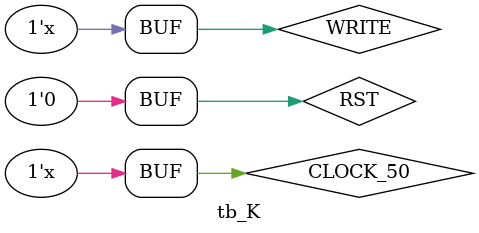
<source format=v>

`timescale 1 ps / 1 ps
module tb_K();

	//////////// CLOCK //////////
	reg 		          CLOCK_50;
	reg 							RST;
  reg               WRITE;
	
	//////////// SRAM //////////
	wire		    [19:0]		SRAM_ADDR;
	wire		          		SRAM_CE_N;
	wire 		    [15:0]		SRAM_DQ;
	wire		          		SRAM_LB_N;
	wire		          		SRAM_OE_N;
	wire		          		SRAM_UB_N;
	wire		          		SRAM_WE_N;


//=======================================================
//  REG/WIRE declarations
//=======================================================

sram_controller SRAM(
		.address(20'h00000),       //  avalon_sram_slave.address
		.byteenable(2'b11),    //                   .byteenable
		.read(1'b0),          //                   .read
		.write(WRITE),         //                   .write
		.writedata(16'h8008),     //                   .writedata
		.readdata(),      //                   .readdata
		.readdatavalid(), //                   .readdatavalid
		.clk(CLOCK_50),           //                clk.clk
		.SRAM_DQ(SRAM_DQ),       // external_interface.DQ
		.SRAM_ADDR(SRAM_ADDR),     //                   .ADDR
		.SRAM_LB_N(SRAM_LB_N),     //                   .LB_N
		.SRAM_UB_N(SRAM_UB_N),     //                   .UB_N
		.SRAM_CE_N(SRAM_CE_N),     //                   .CE_N
		.SRAM_OE_N(SRAM_OE_N),     //                   .OE_N
		.SRAM_WE_N(SRAM_WE_N),     //                   .WE_N
		.reset(RST)          //              reset.reset
	);

  initial begin
    CLOCK_50 = 1'b0;
    RST =  1'b0;
    WRITE = 1'b0;
    #500 RST = 1'b1;
    #100 RST = 1'b0;
  end
  
  always #50 CLOCK_50 = ~CLOCK_50;
  always #200 WRITE = ~WRITE;
//=======================================================
//  Structural coding
//=======================================================

endmodule

</source>
